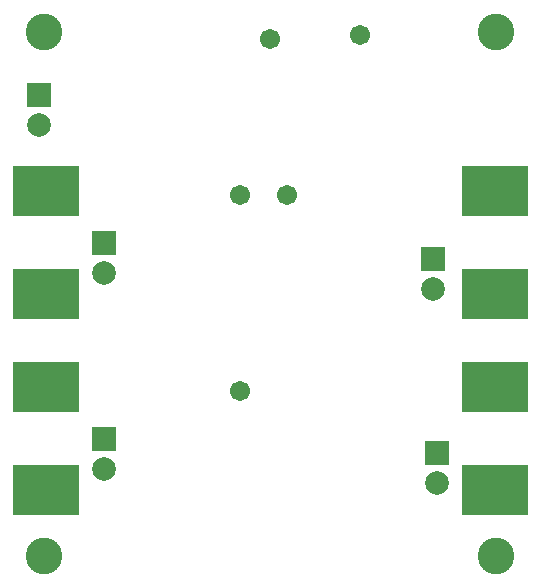
<source format=gbs>
G04*
G04 #@! TF.GenerationSoftware,Altium Limited,Altium Designer,22.6.1 (34)*
G04*
G04 Layer_Color=16711935*
%FSAX43Y43*%
%MOMM*%
G71*
G04*
G04 #@! TF.SameCoordinates,DFD1A6D8-6486-425C-A6BB-C63D1257436E*
G04*
G04*
G04 #@! TF.FilePolarity,Negative*
G04*
G01*
G75*
%ADD36R,5.588X4.229*%
%ADD42C,1.703*%
%ADD43R,2.003X2.003*%
%ADD44C,2.003*%
%ADD45C,3.100*%
D36*
X0041000Y0017093D02*
D03*
Y0008407D02*
D03*
X0041000Y0033693D02*
D03*
Y0025007D02*
D03*
X0003000Y0008407D02*
D03*
Y0017093D02*
D03*
Y0025007D02*
D03*
Y0033693D02*
D03*
D42*
X0019420Y0016795D02*
D03*
X0023400Y0033400D02*
D03*
X0019410Y0033390D02*
D03*
X0029600Y0046900D02*
D03*
X0022000Y0046575D02*
D03*
D43*
X0035780Y0027950D02*
D03*
X0002400Y0041870D02*
D03*
X0007910Y0012750D02*
D03*
X0007900Y0029350D02*
D03*
X0036100Y0011570D02*
D03*
D44*
X0035780Y0025410D02*
D03*
X0002400Y0039330D02*
D03*
X0007910Y0010210D02*
D03*
X0007900Y0026810D02*
D03*
X0036100Y0009030D02*
D03*
D45*
X0041150Y0047150D02*
D03*
Y0002850D02*
D03*
X0002850D02*
D03*
Y0047150D02*
D03*
M02*

</source>
